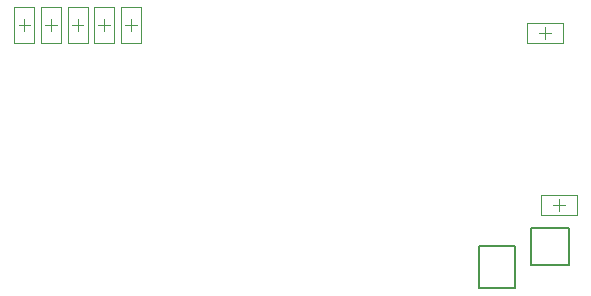
<source format=gbr>
%TF.GenerationSoftware,Altium Limited,Altium Designer,21.0.9 (235)*%
G04 Layer_Color=32768*
%FSLAX45Y45*%
%MOMM*%
%TF.SameCoordinates,23D9C264-9E25-4532-ABEF-1D24AEF7D3CB*%
%TF.FilePolarity,Positive*%
%TF.FileFunction,Other,Top_Courtyard*%
%TF.Part,Single*%
G01*
G75*
%TA.AperFunction,NonConductor*%
%ADD82C,0.20000*%
%ADD152C,0.05000*%
D82*
X7813000Y795000D02*
Y1105000D01*
X8137000D01*
Y795000D02*
Y1105000D01*
X7813000Y795000D02*
X8137000D01*
X7370000Y599690D02*
X7680000D01*
Y950310D01*
X7370000D02*
X7680000D01*
X7370000Y599690D02*
Y950310D01*
D152*
X8050000Y1250000D02*
Y1350000D01*
X8000000Y1300000D02*
X8100000D01*
X7900000Y1385000D02*
X8200000D01*
X7900000Y1215000D02*
X8200000D01*
X7900000D02*
Y1385000D01*
X8200000Y1215000D02*
Y1385000D01*
X7782420Y2670100D02*
X8082420D01*
X7782420Y2840100D02*
X8082420D01*
X7932420Y2705100D02*
Y2805100D01*
X7882420Y2755100D02*
X7982420D01*
X7782420Y2670100D02*
Y2840100D01*
X8082420Y2670100D02*
Y2840100D01*
X4340000Y2675000D02*
X4510000D01*
X4340000Y2975000D02*
X4510000D01*
X4425000Y2775000D02*
Y2875000D01*
X4375000Y2825000D02*
X4475000D01*
X4510000Y2675000D02*
Y2975000D01*
X4340000Y2675000D02*
Y2975000D01*
X3890000Y2675000D02*
X4060000D01*
X3890000Y2975000D02*
X4060000D01*
X3975000Y2775000D02*
Y2875000D01*
X3925000Y2825000D02*
X4025000D01*
X4060000Y2675000D02*
Y2975000D01*
X3890000Y2675000D02*
Y2975000D01*
X4115000Y2675000D02*
X4285000D01*
X4115000Y2975000D02*
X4285000D01*
X4200000Y2775000D02*
Y2875000D01*
X4150000Y2825000D02*
X4250000D01*
X4285000Y2675000D02*
Y2975000D01*
X4115000Y2675000D02*
Y2975000D01*
X3665000Y2675000D02*
X3835000D01*
X3665000Y2975000D02*
X3835000D01*
X3750000Y2775000D02*
Y2875000D01*
X3700000Y2825000D02*
X3800000D01*
X3835000Y2675000D02*
Y2975000D01*
X3665000Y2675000D02*
Y2975000D01*
X3440000Y2675000D02*
X3610000D01*
X3440000Y2975000D02*
X3610000D01*
X3525000Y2775000D02*
Y2875000D01*
X3475000Y2825000D02*
X3575000D01*
X3610000Y2675000D02*
Y2975000D01*
X3440000Y2675000D02*
Y2975000D01*
%TF.MD5,fd302193126a51be9439921ba90de47e*%
M02*

</source>
